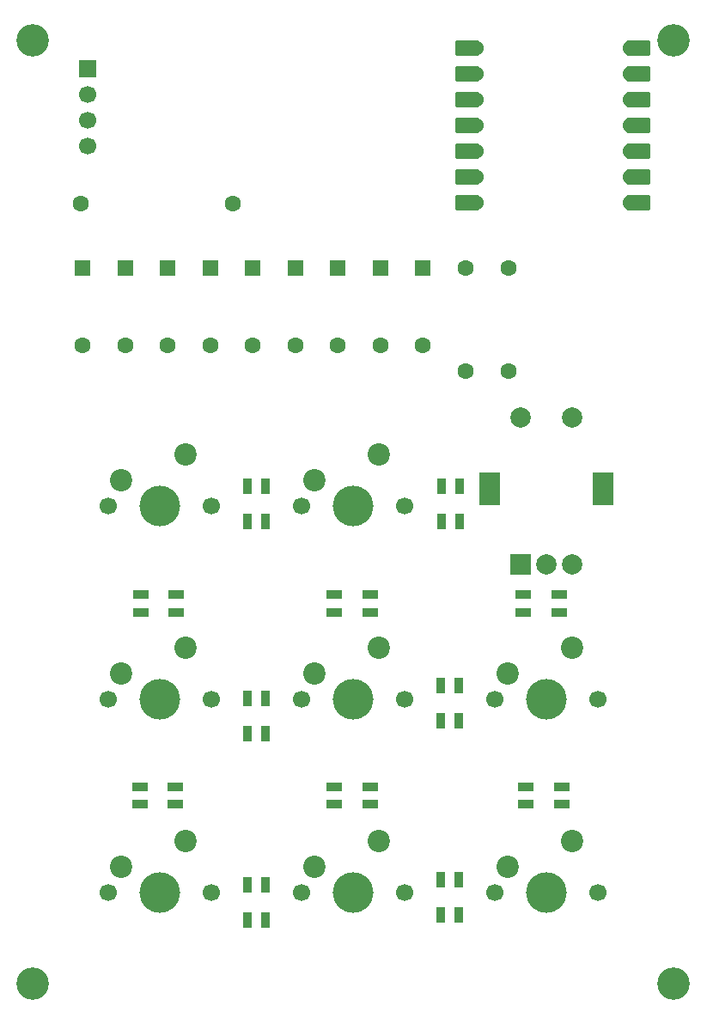
<source format=gbr>
G04 #@! TF.GenerationSoftware,KiCad,Pcbnew,9.0.6*
G04 #@! TF.CreationDate,2025-12-30T14:31:12-05:00*
G04 #@! TF.ProjectId,keyboard,6b657962-6f61-4726-942e-6b696361645f,rev?*
G04 #@! TF.SameCoordinates,Original*
G04 #@! TF.FileFunction,Soldermask,Top*
G04 #@! TF.FilePolarity,Negative*
%FSLAX46Y46*%
G04 Gerber Fmt 4.6, Leading zero omitted, Abs format (unit mm)*
G04 Created by KiCad (PCBNEW 9.0.6) date 2025-12-30 14:31:12*
%MOMM*%
%LPD*%
G01*
G04 APERTURE LIST*
G04 Aperture macros list*
%AMRoundRect*
0 Rectangle with rounded corners*
0 $1 Rounding radius*
0 $2 $3 $4 $5 $6 $7 $8 $9 X,Y pos of 4 corners*
0 Add a 4 corners polygon primitive as box body*
4,1,4,$2,$3,$4,$5,$6,$7,$8,$9,$2,$3,0*
0 Add four circle primitives for the rounded corners*
1,1,$1+$1,$2,$3*
1,1,$1+$1,$4,$5*
1,1,$1+$1,$6,$7*
1,1,$1+$1,$8,$9*
0 Add four rect primitives between the rounded corners*
20,1,$1+$1,$2,$3,$4,$5,0*
20,1,$1+$1,$4,$5,$6,$7,0*
20,1,$1+$1,$6,$7,$8,$9,0*
20,1,$1+$1,$8,$9,$2,$3,0*%
G04 Aperture macros list end*
%ADD10R,1.600000X0.850000*%
%ADD11RoundRect,0.250000X-0.550000X0.550000X-0.550000X-0.550000X0.550000X-0.550000X0.550000X0.550000X0*%
%ADD12C,1.600000*%
%ADD13C,3.200000*%
%ADD14C,1.700000*%
%ADD15C,4.000000*%
%ADD16C,2.200000*%
%ADD17RoundRect,0.152400X1.063600X0.609600X-1.063600X0.609600X-1.063600X-0.609600X1.063600X-0.609600X0*%
%ADD18C,1.524000*%
%ADD19RoundRect,0.152400X-1.063600X-0.609600X1.063600X-0.609600X1.063600X0.609600X-1.063600X0.609600X0*%
%ADD20R,0.850000X1.600000*%
%ADD21R,2.000000X2.000000*%
%ADD22C,2.000000*%
%ADD23R,2.000000X3.200000*%
%ADD24R,1.700000X1.700000*%
G04 APERTURE END LIST*
D10*
X37806536Y-104246192D03*
X37806536Y-105996192D03*
X41306536Y-105996192D03*
X41306536Y-104246192D03*
D11*
X48865711Y-72036936D03*
D12*
X48865711Y-79656936D03*
D13*
X27217800Y-142560788D03*
D14*
X53649472Y-114556368D03*
D15*
X58729472Y-114556368D03*
D14*
X63809472Y-114556368D03*
D16*
X61269472Y-109476368D03*
X54919472Y-112016368D03*
D13*
X27217800Y-49596880D03*
D11*
X53061558Y-72036936D03*
D12*
X53061558Y-79656936D03*
D17*
X69993732Y-50384484D03*
D18*
X70828732Y-50384484D03*
D17*
X69993732Y-52924484D03*
D18*
X70828732Y-52924484D03*
D17*
X69993732Y-55464484D03*
D18*
X70828732Y-55464484D03*
D17*
X69993732Y-58004484D03*
D18*
X70828732Y-58004484D03*
D17*
X69993732Y-60544484D03*
D18*
X70828732Y-60544484D03*
D17*
X69993732Y-63084484D03*
D18*
X70828732Y-63084484D03*
D17*
X69993732Y-65624484D03*
D18*
X70828732Y-65624484D03*
X86068732Y-65624484D03*
D19*
X86903732Y-65624484D03*
D18*
X86068732Y-63084484D03*
D19*
X86903732Y-63084484D03*
D18*
X86068732Y-60544484D03*
D19*
X86903732Y-60544484D03*
D18*
X86068732Y-58004484D03*
D19*
X86903732Y-58004484D03*
D18*
X86068732Y-55464484D03*
D19*
X86903732Y-55464484D03*
D18*
X86068732Y-52924484D03*
D19*
X86903732Y-52924484D03*
D18*
X86068732Y-50384484D03*
D19*
X86903732Y-50384484D03*
D12*
X74040792Y-82196936D03*
X74040792Y-72036936D03*
D20*
X67411436Y-135843028D03*
X69161436Y-135843028D03*
X69161436Y-132343028D03*
X67411436Y-132343028D03*
X67411436Y-116669600D03*
X69161436Y-116669600D03*
X69161436Y-113169600D03*
X67411436Y-113169600D03*
D10*
X79290488Y-124927684D03*
X79290488Y-123177684D03*
X75790488Y-123177684D03*
X75790488Y-124927684D03*
X79048552Y-105996192D03*
X79048552Y-104246192D03*
X75548552Y-104246192D03*
X75548552Y-105996192D03*
D12*
X46882324Y-65746108D03*
X31882324Y-65746108D03*
D13*
X90363096Y-49596880D03*
D14*
X72701932Y-114556368D03*
D15*
X77781932Y-114556368D03*
D14*
X82861932Y-114556368D03*
D16*
X80321932Y-109476368D03*
X73971932Y-112016368D03*
D10*
X56919480Y-104246192D03*
X56919480Y-105996192D03*
X60419480Y-105996192D03*
X60419480Y-104246192D03*
D11*
X65649098Y-72036936D03*
D12*
X65649098Y-79656936D03*
D10*
X37746052Y-123177684D03*
X37746052Y-124927684D03*
X41246052Y-124927684D03*
X41246052Y-123177684D03*
D11*
X32082324Y-72036936D03*
D12*
X32082324Y-79656936D03*
D14*
X34598324Y-133608828D03*
D15*
X39678324Y-133608828D03*
D14*
X44758324Y-133608828D03*
D16*
X42218324Y-128528828D03*
X35868324Y-131068828D03*
D13*
X90363096Y-142560788D03*
D20*
X67504180Y-97068748D03*
X69254180Y-97068748D03*
X69254180Y-93568748D03*
X67504180Y-93568748D03*
X48358976Y-117939764D03*
X50108976Y-117939764D03*
X50108976Y-114439764D03*
X48358976Y-114439764D03*
D14*
X53650456Y-133608172D03*
D15*
X58730456Y-133608172D03*
D14*
X63810456Y-133608172D03*
D16*
X61270456Y-128528172D03*
X54920456Y-131068172D03*
D10*
X56919480Y-123177684D03*
X56919480Y-124927684D03*
X60419480Y-124927684D03*
X60419480Y-123177684D03*
D21*
X75307436Y-101310684D03*
D22*
X80307436Y-101310684D03*
X77807436Y-101310684D03*
D23*
X72207436Y-93810684D03*
X83407436Y-93810684D03*
D22*
X80307436Y-86810684D03*
X75307436Y-86810684D03*
D14*
X53649472Y-95503908D03*
D15*
X58729472Y-95503908D03*
D14*
X63809472Y-95503908D03*
D16*
X61269472Y-90423908D03*
X54919472Y-92963908D03*
D20*
X48358976Y-97068748D03*
X50108976Y-97068748D03*
X50108976Y-93568748D03*
X48358976Y-93568748D03*
D11*
X36278171Y-72036936D03*
D12*
X36278171Y-79656936D03*
D14*
X34598324Y-95503908D03*
D15*
X39678324Y-95503908D03*
D14*
X44758324Y-95503908D03*
D16*
X42218324Y-90423908D03*
X35868324Y-92963908D03*
D14*
X72702096Y-133608828D03*
D15*
X77782096Y-133608828D03*
D14*
X82862096Y-133608828D03*
D16*
X80322096Y-128528828D03*
X73972096Y-131068828D03*
D12*
X69844945Y-82196936D03*
X69844945Y-72036936D03*
D14*
X34598324Y-114556368D03*
D15*
X39678324Y-114556368D03*
D14*
X44758324Y-114556368D03*
D16*
X42218324Y-109476368D03*
X35868324Y-112016368D03*
D11*
X44669864Y-72036936D03*
D12*
X44669864Y-79656936D03*
D11*
X40474018Y-72036936D03*
D12*
X40474018Y-79656936D03*
D11*
X57257405Y-72036936D03*
D12*
X57257405Y-79656936D03*
D24*
X32602324Y-52440120D03*
D14*
X32602324Y-54980120D03*
X32602324Y-57520120D03*
X32602324Y-60060120D03*
D20*
X48358976Y-136326900D03*
X50108976Y-136326900D03*
X50108976Y-132826900D03*
X48358976Y-132826900D03*
D11*
X61453252Y-72036936D03*
D12*
X61453252Y-79656936D03*
M02*

</source>
